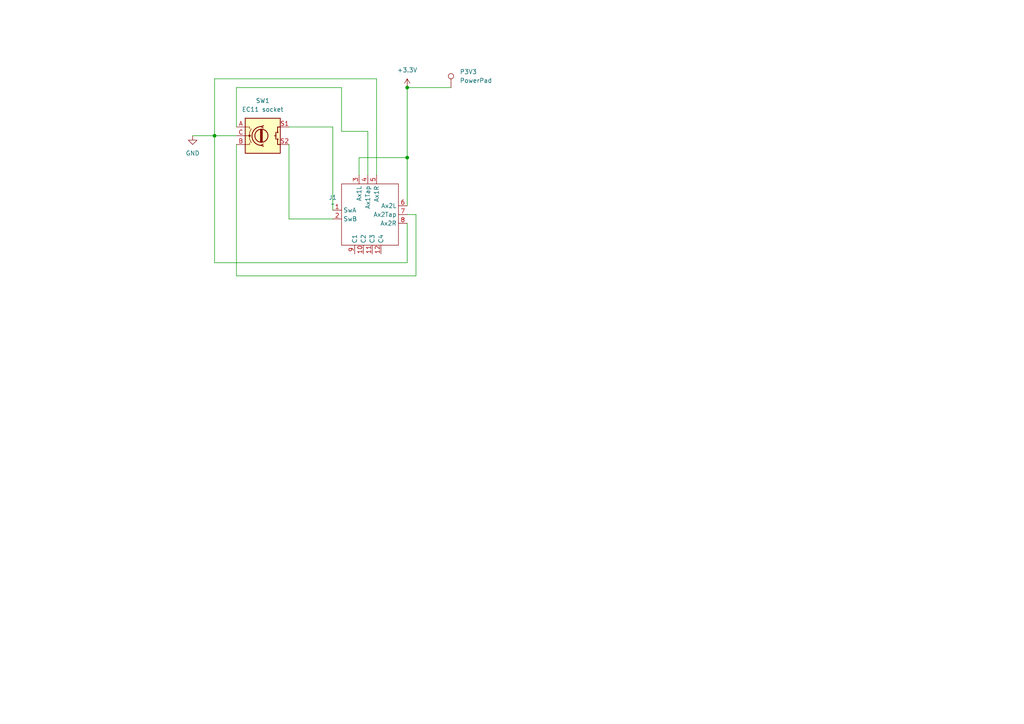
<source format=kicad_sch>
(kicad_sch (version 20231120) (generator "eeschema") (generator_version "8.0")
  (paper "A4")
  (title_block (title "Joystick to Encoder Adapter Schematic"))
  (lib_symbols
    (symbol "Connector:TestPoint" (pin_numbers hide) (pin_names (offset 0.762) hide)
      (property "Reference" "TP" (at 0 6.858 0))
      (property "Value" "TestPoint" (at 0 5.08 0))
      (symbol "TestPoint_0_1"
        (circle (center 0 3.302) (radius 0.762))
      )
      (symbol "TestPoint_1_1"
        (pin passive line (at 0 0 90) (length 2.54) (name "1") (number "1"))
      )
    )
    (symbol "Device:RotaryEncoder_Switch" (pin_names (offset 0.254) hide)
      (property "Reference" "SW" (at 0 6.604 0))
      (property "Value" "RotaryEncoder_Switch" (at 0 -6.604 0))
      (symbol "RotaryEncoder_Switch_0_1"
        (rectangle (start -5.08 5.08) (end 5.08 -5.08) (stroke (width 0.254)) (fill (type background)))
        (circle (center -3.81 0) (radius 0.254) (fill (type outline)))
        (circle (center -0.381 0) (radius 1.905) (stroke (width 0.254)))
        (arc (start -0.381 2.667) (mid -3.0988 -0.0635) (end -0.381 -2.794) (stroke (width 0.254)))
        (polyline (pts (xy -0.635 -1.778) (xy -0.635 1.778)) (stroke (width 0.254)))
        (polyline (pts (xy -0.381 -1.778) (xy -0.381 1.778)) (stroke (width 0.254)))
        (polyline (pts (xy -0.127 1.778) (xy -0.127 -1.778)) (stroke (width 0.254)))
        (polyline (pts (xy 3.81 0) (xy 3.429 0)) (stroke (width 0.254)))
        (polyline (pts (xy 3.81 1.016) (xy 3.81 -1.016)) (stroke (width 0.254)))
        (polyline (pts (xy -5.08 -2.54) (xy -3.81 -2.54) (xy -3.81 -2.032)))
        (polyline (pts (xy -5.08 2.54) (xy -3.81 2.54) (xy -3.81 2.032)))
        (polyline (pts (xy 0.254 -3.048) (xy -0.508 -2.794) (xy 0.127 -2.413)) (stroke (width 0.254)))
        (polyline (pts (xy 0.254 2.921) (xy -0.508 2.667) (xy 0.127 2.286)) (stroke (width 0.254)))
        (polyline (pts (xy 5.08 -2.54) (xy 4.318 -2.54) (xy 4.318 -1.016)) (stroke (width 0.254)))
        (polyline (pts (xy 5.08 2.54) (xy 4.318 2.54) (xy 4.318 1.016)) (stroke (width 0.254)))
        (polyline (pts (xy -5.08 0) (xy -3.81 0) (xy -3.81 -1.016) (xy -3.302 -2.032)))
        (polyline (pts (xy -4.318 0) (xy -3.81 0) (xy -3.81 1.016) (xy -3.302 2.032)))
        (circle (center 4.318 -1.016) (radius 0.127) (stroke (width 0.254)))
        (circle (center 4.318 1.016) (radius 0.127) (stroke (width 0.254)))
      )
      (symbol "RotaryEncoder_Switch_1_1"
        (pin passive line (at -7.62 2.54 0) (length 2.54) (name "A") (number "A"))
        (pin passive line (at -7.62 -2.54 0) (length 2.54) (name "B") (number "B"))
        (pin passive line (at -7.62 0 0) (length 2.54) (name "C") (number "C"))
        (pin passive line (at 7.62 2.54 180) (length 2.54) (name "S1") (number "S1"))
        (pin passive line (at 7.62 -2.54 180) (length 2.54) (name "S2") (number "S2"))
      )
    )
    (symbol "jea:FJO6K-S_joystick"
      (property "Reference" "J" (at -2.032 -3.048 0))
      (symbol "FJO6K-S_joystick_0_1"
        (rectangle (start 8.89 8.89) (end -7.62 -8.89))
      )
      (symbol "FJO6K-S_joystick_1_1"
        (pin passive line (at -10.16 1.27 0) (length 2.54) (name "SwA") (number "1"))
        (pin passive line (at -1.27 -11.43 90) (length 2.54) (name "C2") (number "10"))
        (pin passive line (at 1.27 -11.43 90) (length 2.54) (name "C3") (number "11"))
        (pin passive line (at 3.81 -11.43 90) (length 2.54) (name "C4") (number "12"))
        (pin passive line (at -10.16 -1.27 0) (length 2.54) (name "SwB") (number "2"))
        (pin passive line (at -2.54 11.43 270) (length 2.54) (name "Ax1L") (number "3"))
        (pin passive line (at 0 11.43 270) (length 2.54) (name "Ax1Tap") (number "4"))
        (pin passive line (at 2.54 11.43 270) (length 2.54) (name "Ax1R") (number "5"))
        (pin passive line (at 11.43 2.54 180) (length 2.54) (name "Ax2L") (number "6"))
        (pin passive line (at 11.43 0 180) (length 2.54) (name "Ax2Tap") (number "7"))
        (pin passive line (at 11.43 -2.54 180) (length 2.54) (name "Ax2R") (number "8"))
        (pin passive line (at -3.81 -11.43 90) (length 2.54) (name "C1") (number "9"))
      )
    )
    (symbol "power:+3.3V" (power) (pin_numbers hide) (pin_names (offset 0) hide)
      (property "Value" "+3.3V" (at 0 3.556 0))
      (symbol "+3.3V_0_1"
        (polyline (pts (xy -0.762 1.27) (xy 0 2.54)))
        (polyline (pts (xy 0 0) (xy 0 2.54)))
        (polyline (pts (xy 0 2.54) (xy 0.762 1.27)))
      )
      (symbol "+3.3V_1_1"
        (pin power_in line (at 0 0 90) (length 0) (name "~") (number "1"))
      )
    )
    (symbol "power:GND" (power) (pin_numbers hide) (pin_names (offset 0) hide)
      (property "Value" "GND" (at 0 -3.81 0))
      (symbol "GND_0_1"
        (polyline (pts (xy 0 0) (xy 0 -1.27) (xy 1.27 -1.27) (xy 0 -2.54) (xy -1.27 -1.27) (xy 0 -1.27)))
      )
      (symbol "GND_1_1"
        (pin power_in line (at 0 0 270) (length 0) (name "~") (number "1"))
      )
    )
  )
  (junction (at 118.11 45.72))
  (junction (at 62.23 39.37))
  (junction (at 118.11 25.4))
  (wire (pts (xy 118.11 62.23) (xy 120.65 62.23)))
  (wire (pts (xy 55.88 39.37) (xy 62.23 39.37)))
  (wire (pts (xy 62.23 22.86) (xy 109.22 22.86)))
  (wire (pts (xy 104.14 50.8) (xy 104.14 45.72)))
  (wire (pts (xy 62.23 76.2) (xy 118.11 76.2)))
  (wire (pts (xy 118.11 45.72) (xy 118.11 59.69)))
  (wire (pts (xy 83.82 63.5) (xy 96.52 63.5)))
  (wire (pts (xy 118.11 64.77) (xy 118.11 76.2)))
  (wire (pts (xy 104.14 45.72) (xy 118.11 45.72)))
  (wire (pts (xy 83.82 63.5) (xy 83.82 41.91)))
  (wire (pts (xy 99.06 38.1) (xy 106.68 38.1)))
  (wire (pts (xy 109.22 50.8) (xy 109.22 22.86)))
  (wire (pts (xy 68.58 80.01) (xy 120.65 80.01)))
  (wire (pts (xy 62.23 22.86) (xy 62.23 39.37)))
  (wire (pts (xy 120.65 80.01) (xy 120.65 62.23)))
  (wire (pts (xy 96.52 36.83) (xy 96.52 60.96)))
  (wire (pts (xy 83.82 36.83) (xy 96.52 36.83)))
  (wire (pts (xy 99.06 25.4) (xy 99.06 38.1)))
  (wire (pts (xy 68.58 41.91) (xy 68.58 80.01)))
  (wire (pts (xy 68.58 25.4) (xy 99.06 25.4)))
  (wire (pts (xy 130.81 25.4) (xy 118.11 25.4)))
  (wire (pts (xy 118.11 25.4) (xy 118.11 45.72)))
  (wire (pts (xy 68.58 39.37) (xy 62.23 39.37)))
  (wire (pts (xy 62.23 39.37) (xy 62.23 76.2)))
  (wire (pts (xy 68.58 36.83) (xy 68.58 25.4)))
  (wire (pts (xy 106.68 38.1) (xy 106.68 50.8)))
  (symbol (lib_id "Connector:TestPoint") (at 130.81 25.4 0) (unit 1)
    (property "Reference" "P3V3" (at 133.35 20.8279 0) (effects (justify left)))
    (property "Value" "PowerPad" (at 133.35 23.3679 0) (effects (justify left)))
    (property "Footprint" "TestPoint:TestPoint_THTPad_D2.0mm_Drill1.0mm" (effects (hide yes)))
    (property "Description" "test point" (effects (hide yes)))
  )
  (symbol (lib_id "Device:RotaryEncoder_Switch") (at 76.2 39.37 0) (unit 1)
    (property "Reference" "SW1" (at 76.2 29.21 0))
    (property "Value" "EC11 socket" (at 76.2 31.75 0))
    (property "Footprint" "jea:ec11e_from_sofle_nomp" (effects (hide yes)))
    (property "Description" "Rotary encoder, dual channel, incremental quadrate outputs, with switch" (effects (hide yes)))
  )
  (symbol (lib_id "power:+3.3V") (at 118.11 25.4 0) (unit 1)
    (property "Reference" "#PWR02" (effects (hide yes)))
    (property "Value" "+3.3V" (at 118.11 20.32 0))
    (property "Description" "Power symbol creates a global label with name \"+3.3V\"" (effects (hide yes)))
  )
  (symbol (lib_id "power:GND") (at 55.88 39.37 0) (unit 1)
    (property "Reference" "#PWR01" (effects (hide yes)))
    (property "Value" "GND" (at 55.88 44.45 0))
    (property "Description" "Power symbol creates a global label with name \"GND\" , ground" (effects (hide yes)))
  )
  (symbol (lib_id "jea:FJO6K-S_joystick") (at 106.68 62.23 0) (unit 1)
    (property "Reference" "J1" (at 96.52 57.2768 0))
    (property "Value" "~" (at 96.52 59.1819 0))
    (property "Footprint" "jea:FJ06K" (effects (hide yes)))
  )
)
</source>
